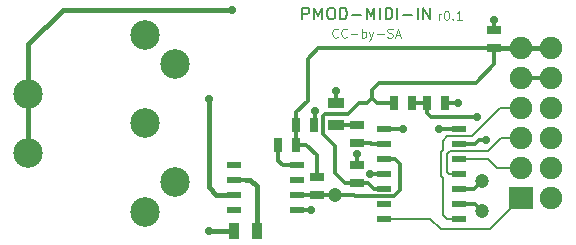
<source format=gbr>
G04 #@! TF.FileFunction,Copper,L1,Top,Signal*
%FSLAX46Y46*%
G04 Gerber Fmt 4.6, Leading zero omitted, Abs format (unit mm)*
G04 Created by KiCad (PCBNEW 4.0.2+dfsg1-stable) date mer. 30 août 2017 19:27:24 CEST*
%MOMM*%
G01*
G04 APERTURE LIST*
%ADD10C,0.100000*%
%ADD11C,0.101600*%
%ADD12C,0.152400*%
%ADD13R,2.000000X1.900000*%
%ADD14C,1.900000*%
%ADD15R,1.143000X0.508000*%
%ADD16R,1.143000X0.635000*%
%ADD17R,0.635000X1.143000*%
%ADD18C,1.198880*%
%ADD19R,1.397000X0.889000*%
%ADD20C,2.500000*%
%ADD21R,0.889000X1.397000*%
%ADD22C,0.711200*%
%ADD23C,0.406400*%
%ADD24C,0.304800*%
%ADD25C,0.203200*%
G04 APERTURE END LIST*
D10*
D11*
X160338430Y-96244714D02*
X160338430Y-95736714D01*
X160338430Y-95881857D02*
X160374715Y-95809286D01*
X160411001Y-95773000D01*
X160483572Y-95736714D01*
X160556144Y-95736714D01*
X160955286Y-95482714D02*
X161027858Y-95482714D01*
X161100429Y-95519000D01*
X161136715Y-95555286D01*
X161173001Y-95627857D01*
X161209286Y-95773000D01*
X161209286Y-95954429D01*
X161173001Y-96099571D01*
X161136715Y-96172143D01*
X161100429Y-96208429D01*
X161027858Y-96244714D01*
X160955286Y-96244714D01*
X160882715Y-96208429D01*
X160846429Y-96172143D01*
X160810144Y-96099571D01*
X160773858Y-95954429D01*
X160773858Y-95773000D01*
X160810144Y-95627857D01*
X160846429Y-95555286D01*
X160882715Y-95519000D01*
X160955286Y-95482714D01*
X161535858Y-96172143D02*
X161572143Y-96208429D01*
X161535858Y-96244714D01*
X161499572Y-96208429D01*
X161535858Y-96172143D01*
X161535858Y-96244714D01*
X162297857Y-96244714D02*
X161862429Y-96244714D01*
X162080143Y-96244714D02*
X162080143Y-95482714D01*
X162007572Y-95591571D01*
X161935000Y-95664143D01*
X161862429Y-95700429D01*
X151787000Y-97672143D02*
X151750714Y-97708429D01*
X151641857Y-97744714D01*
X151569286Y-97744714D01*
X151460429Y-97708429D01*
X151387857Y-97635857D01*
X151351572Y-97563286D01*
X151315286Y-97418143D01*
X151315286Y-97309286D01*
X151351572Y-97164143D01*
X151387857Y-97091571D01*
X151460429Y-97019000D01*
X151569286Y-96982714D01*
X151641857Y-96982714D01*
X151750714Y-97019000D01*
X151787000Y-97055286D01*
X152549000Y-97672143D02*
X152512714Y-97708429D01*
X152403857Y-97744714D01*
X152331286Y-97744714D01*
X152222429Y-97708429D01*
X152149857Y-97635857D01*
X152113572Y-97563286D01*
X152077286Y-97418143D01*
X152077286Y-97309286D01*
X152113572Y-97164143D01*
X152149857Y-97091571D01*
X152222429Y-97019000D01*
X152331286Y-96982714D01*
X152403857Y-96982714D01*
X152512714Y-97019000D01*
X152549000Y-97055286D01*
X152875572Y-97454429D02*
X153456143Y-97454429D01*
X153819001Y-97744714D02*
X153819001Y-96982714D01*
X153819001Y-97273000D02*
X153891572Y-97236714D01*
X154036715Y-97236714D01*
X154109286Y-97273000D01*
X154145572Y-97309286D01*
X154181858Y-97381857D01*
X154181858Y-97599571D01*
X154145572Y-97672143D01*
X154109286Y-97708429D01*
X154036715Y-97744714D01*
X153891572Y-97744714D01*
X153819001Y-97708429D01*
X154435858Y-97236714D02*
X154617287Y-97744714D01*
X154798715Y-97236714D02*
X154617287Y-97744714D01*
X154544715Y-97926143D01*
X154508430Y-97962429D01*
X154435858Y-97998714D01*
X155089001Y-97454429D02*
X155669572Y-97454429D01*
X155996144Y-97708429D02*
X156105001Y-97744714D01*
X156286430Y-97744714D01*
X156359001Y-97708429D01*
X156395287Y-97672143D01*
X156431572Y-97599571D01*
X156431572Y-97527000D01*
X156395287Y-97454429D01*
X156359001Y-97418143D01*
X156286430Y-97381857D01*
X156141287Y-97345571D01*
X156068715Y-97309286D01*
X156032430Y-97273000D01*
X155996144Y-97200429D01*
X155996144Y-97127857D01*
X156032430Y-97055286D01*
X156068715Y-97019000D01*
X156141287Y-96982714D01*
X156322715Y-96982714D01*
X156431572Y-97019000D01*
X156721858Y-97527000D02*
X157084715Y-97527000D01*
X156649286Y-97744714D02*
X156903286Y-96982714D01*
X157157286Y-97744714D01*
D12*
X148795239Y-96202381D02*
X148795239Y-95202381D01*
X149176192Y-95202381D01*
X149271430Y-95250000D01*
X149319049Y-95297619D01*
X149366668Y-95392857D01*
X149366668Y-95535714D01*
X149319049Y-95630952D01*
X149271430Y-95678571D01*
X149176192Y-95726190D01*
X148795239Y-95726190D01*
X149795239Y-96202381D02*
X149795239Y-95202381D01*
X150128573Y-95916667D01*
X150461906Y-95202381D01*
X150461906Y-96202381D01*
X151128572Y-95202381D02*
X151319049Y-95202381D01*
X151414287Y-95250000D01*
X151509525Y-95345238D01*
X151557144Y-95535714D01*
X151557144Y-95869048D01*
X151509525Y-96059524D01*
X151414287Y-96154762D01*
X151319049Y-96202381D01*
X151128572Y-96202381D01*
X151033334Y-96154762D01*
X150938096Y-96059524D01*
X150890477Y-95869048D01*
X150890477Y-95535714D01*
X150938096Y-95345238D01*
X151033334Y-95250000D01*
X151128572Y-95202381D01*
X151985715Y-96202381D02*
X151985715Y-95202381D01*
X152223810Y-95202381D01*
X152366668Y-95250000D01*
X152461906Y-95345238D01*
X152509525Y-95440476D01*
X152557144Y-95630952D01*
X152557144Y-95773810D01*
X152509525Y-95964286D01*
X152461906Y-96059524D01*
X152366668Y-96154762D01*
X152223810Y-96202381D01*
X151985715Y-96202381D01*
X152985715Y-95821429D02*
X153747620Y-95821429D01*
X154223810Y-96202381D02*
X154223810Y-95202381D01*
X154557144Y-95916667D01*
X154890477Y-95202381D01*
X154890477Y-96202381D01*
X155366667Y-96202381D02*
X155366667Y-95202381D01*
X155842857Y-96202381D02*
X155842857Y-95202381D01*
X156080952Y-95202381D01*
X156223810Y-95250000D01*
X156319048Y-95345238D01*
X156366667Y-95440476D01*
X156414286Y-95630952D01*
X156414286Y-95773810D01*
X156366667Y-95964286D01*
X156319048Y-96059524D01*
X156223810Y-96154762D01*
X156080952Y-96202381D01*
X155842857Y-96202381D01*
X156842857Y-96202381D02*
X156842857Y-95202381D01*
X157319047Y-95821429D02*
X158080952Y-95821429D01*
X158557142Y-96202381D02*
X158557142Y-95202381D01*
X159033332Y-96202381D02*
X159033332Y-95202381D01*
X159604761Y-96202381D01*
X159604761Y-95202381D01*
D13*
X167309800Y-111350000D03*
D14*
X167309800Y-108810000D03*
X167309800Y-106270000D03*
X167309800Y-103730000D03*
X167309800Y-101190000D03*
X167309800Y-98650000D03*
X169849800Y-111350000D03*
X169849800Y-108810000D03*
X169849800Y-106270000D03*
X169849800Y-103730000D03*
X169849800Y-101190000D03*
X169849800Y-98650000D03*
D15*
X148323300Y-108508800D03*
X142989300Y-108508800D03*
X148323300Y-109778800D03*
X148323300Y-111048800D03*
X148323300Y-112318800D03*
X142989300Y-109778800D03*
X142989300Y-111048800D03*
X142989300Y-112318800D03*
D16*
X149987000Y-109524800D03*
X149987000Y-111048800D03*
X165011100Y-98653600D03*
X165011100Y-97129600D03*
D17*
X148288000Y-105175000D03*
X149812000Y-105175000D03*
D18*
X151574500Y-111048800D03*
D15*
X162026600Y-113080800D03*
X162026600Y-111810800D03*
X162026600Y-110540800D03*
X162026600Y-109270800D03*
X162026600Y-108000800D03*
X162026600Y-106730800D03*
X162026600Y-105460800D03*
X155676600Y-105460800D03*
X155676600Y-106730800D03*
X155676600Y-109270800D03*
X155676600Y-110540800D03*
X155676600Y-111810800D03*
X155676600Y-113080800D03*
X155676600Y-108000800D03*
D16*
X153377900Y-110032800D03*
X153377900Y-108508800D03*
D19*
X151676100Y-105156000D03*
X151676100Y-103251000D03*
D16*
X153377900Y-106680000D03*
X153377900Y-105156000D03*
D17*
X159372300Y-103301800D03*
X160896300Y-103301800D03*
X156565600Y-103301800D03*
X158089600Y-103301800D03*
D20*
X135500000Y-97500000D03*
X135500000Y-105000000D03*
X135500000Y-112500000D03*
X138000000Y-100000000D03*
X138000000Y-110000000D03*
X125600000Y-102500000D03*
X125600000Y-107500000D03*
D21*
X144932400Y-114109500D03*
X143027400Y-114109500D03*
D18*
X164007800Y-112433100D03*
X164007800Y-109893100D03*
D17*
X148287000Y-106825000D03*
X146763000Y-106825000D03*
D22*
X140893800Y-114109500D03*
X140900000Y-102900000D03*
X149825000Y-103975000D03*
X151676100Y-102222300D03*
X149479000Y-112318800D03*
X142824200Y-95389700D03*
X161975800Y-103301800D03*
X153377900Y-107594400D03*
X154520900Y-109270800D03*
X165011100Y-96215200D03*
X160362900Y-105460800D03*
X157314900Y-105460800D03*
X164350700Y-106426000D03*
X163563300Y-104444800D03*
D23*
X143027400Y-114109500D02*
X140893800Y-114109500D01*
X140900000Y-102900000D02*
X140900000Y-110432700D01*
X141516100Y-111048800D02*
X142989300Y-111048800D01*
X140900000Y-110432700D02*
X141516100Y-111048800D01*
D24*
X149825000Y-105162000D02*
X149825000Y-103975000D01*
X149825000Y-105162000D02*
X149812000Y-105175000D01*
X151676100Y-102222300D02*
X151676100Y-103251000D01*
X149479000Y-112318800D02*
X148323300Y-112318800D01*
D23*
X125600000Y-98326400D02*
X128536700Y-95389700D01*
X128536700Y-95389700D02*
X142824200Y-95389700D01*
X125600000Y-102500000D02*
X125600000Y-98326400D01*
X125600000Y-107500000D02*
X125600000Y-102500000D01*
D24*
X160896300Y-103301800D02*
X161975800Y-103301800D01*
X153377900Y-108508800D02*
X153377900Y-107594400D01*
X154520900Y-109270800D02*
X155676600Y-109270800D01*
X165011100Y-97129600D02*
X165011100Y-96215200D01*
X169849800Y-101190000D02*
X167309800Y-101190000D01*
X148288000Y-105175000D02*
X148288000Y-104037000D01*
X150146400Y-98653600D02*
X165011100Y-98653600D01*
X149225000Y-99575000D02*
X150146400Y-98653600D01*
X149225000Y-103100000D02*
X149225000Y-99575000D01*
X148288000Y-104037000D02*
X149225000Y-103100000D01*
X148287000Y-106825000D02*
X149090600Y-106825000D01*
X149987000Y-107721400D02*
X149987000Y-109524800D01*
X149090600Y-106825000D02*
X149987000Y-107721400D01*
X148288000Y-105175000D02*
X148288000Y-106824000D01*
X148288000Y-106824000D02*
X148287000Y-106825000D01*
X151561800Y-109194600D02*
X151561800Y-106911800D01*
X152400000Y-110032800D02*
X151561800Y-109194600D01*
X153377900Y-110032800D02*
X152400000Y-110032800D01*
X150550000Y-105900000D02*
X150550000Y-104339000D01*
X151561800Y-106911800D02*
X150550000Y-105900000D01*
X153593800Y-103301800D02*
X154228800Y-103301800D01*
X150550000Y-104339000D02*
X150685500Y-104203500D01*
X150685500Y-104203500D02*
X152692100Y-104203500D01*
X152692100Y-104203500D02*
X153593800Y-103301800D01*
X154673300Y-102857300D02*
X154228800Y-103301800D01*
X156565600Y-103301800D02*
X155117800Y-103301800D01*
X155117800Y-103301800D02*
X154673300Y-102857300D01*
X154673300Y-102196900D02*
X155308300Y-101561900D01*
X155308300Y-101561900D02*
X163449000Y-101561900D01*
X163449000Y-101561900D02*
X165011100Y-99999800D01*
X165011100Y-99999800D02*
X165011100Y-98653600D01*
X154673300Y-102857300D02*
X154673300Y-102196900D01*
X155676600Y-110540800D02*
X154813000Y-110540800D01*
X154813000Y-110540800D02*
X154305000Y-110032800D01*
X154305000Y-110032800D02*
X153377900Y-110032800D01*
D23*
X169849800Y-98650000D02*
X167309800Y-98650000D01*
X167309800Y-98650000D02*
X165014700Y-98650000D01*
X165014700Y-98650000D02*
X165011100Y-98653600D01*
X144030700Y-109778800D02*
X144386300Y-109778800D01*
D24*
X142989300Y-109778800D02*
X144030700Y-109778800D01*
D23*
X144932400Y-110324900D02*
X144932400Y-114109500D01*
X144386300Y-109778800D02*
X144932400Y-110324900D01*
D24*
X151574500Y-111048800D02*
X153136600Y-111048800D01*
X153263600Y-111175800D02*
X156578300Y-111175800D01*
X156578300Y-111175800D02*
X157086300Y-110667800D01*
X157086300Y-110667800D02*
X157086300Y-108419900D01*
X157086300Y-108419900D02*
X156667200Y-108000800D01*
X156667200Y-108000800D02*
X155676600Y-108000800D01*
X153136600Y-111048800D02*
X153263600Y-111175800D01*
X149987000Y-111048800D02*
X151574500Y-111048800D01*
X148323300Y-111048800D02*
X149987000Y-111048800D01*
X149720300Y-111163100D02*
X149974300Y-111163100D01*
X162026600Y-105460800D02*
X160362900Y-105460800D01*
X155676600Y-105460800D02*
X157314900Y-105460800D01*
D25*
X162026600Y-108000800D02*
X164490400Y-108000800D01*
X165299600Y-108810000D02*
X167309800Y-108810000D01*
X164490400Y-108000800D02*
X165299600Y-108810000D01*
X164503100Y-107365800D02*
X161290000Y-107365800D01*
X165598900Y-106270000D02*
X164503100Y-107365800D01*
X167309800Y-106270000D02*
X165598900Y-106270000D01*
X161188400Y-109270800D02*
X162026600Y-109270800D01*
X161074100Y-109156500D02*
X161188400Y-109270800D01*
X161074100Y-107581700D02*
X161074100Y-109156500D01*
X161290000Y-107365800D02*
X161074100Y-107581700D01*
X155676600Y-113080800D02*
X159626300Y-113080800D01*
X164690000Y-113969800D02*
X167309800Y-111350000D01*
X160515300Y-113969800D02*
X164690000Y-113969800D01*
X159626300Y-113080800D02*
X160515300Y-113969800D01*
X160680400Y-106464100D02*
X160680400Y-107226100D01*
X161036000Y-113080800D02*
X160680400Y-112725200D01*
X160680400Y-106464100D02*
X161048700Y-106095800D01*
X161048700Y-106095800D02*
X163169600Y-106095800D01*
X163169600Y-106095800D02*
X165535400Y-103730000D01*
X167309800Y-103730000D02*
X165535400Y-103730000D01*
X161036000Y-113080800D02*
X162026600Y-113080800D01*
X160680400Y-109626400D02*
X160680400Y-112725200D01*
X160515300Y-109461300D02*
X160680400Y-109626400D01*
X160515300Y-107391200D02*
X160515300Y-109461300D01*
X160680400Y-107226100D02*
X160515300Y-107391200D01*
D24*
X153377900Y-105156000D02*
X151676100Y-105156000D01*
X155676600Y-106730800D02*
X154609800Y-106730800D01*
X154559000Y-106680000D02*
X153377900Y-106680000D01*
X154609800Y-106730800D02*
X154559000Y-106680000D01*
X159372300Y-103301800D02*
X159372300Y-104127300D01*
X159372300Y-104127300D02*
X159689800Y-104444800D01*
X163423600Y-106730800D02*
X162026600Y-106730800D01*
X164350700Y-106426000D02*
X163728400Y-106426000D01*
X163423600Y-106730800D02*
X163728400Y-106426000D01*
X163563300Y-104444800D02*
X159689800Y-104444800D01*
X158089600Y-103301800D02*
X159372300Y-103301800D01*
X162026600Y-111810800D02*
X163385500Y-111810800D01*
X163385500Y-111810800D02*
X164007800Y-112433100D01*
X162026600Y-110540800D02*
X163360100Y-110540800D01*
X163360100Y-110540800D02*
X164007800Y-109893100D01*
X146763000Y-106825000D02*
X146763000Y-108163000D01*
X147108800Y-108508800D02*
X148323300Y-108508800D01*
X146763000Y-108163000D02*
X147108800Y-108508800D01*
D25*
X148336000Y-108496100D02*
X148323300Y-108508800D01*
M02*

</source>
